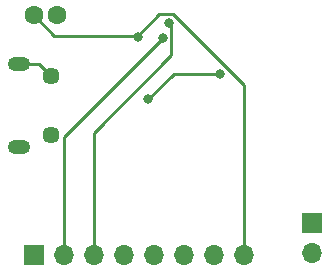
<source format=gbr>
%TF.GenerationSoftware,KiCad,Pcbnew,(6.0.7)*%
%TF.CreationDate,2022-09-13T21:36:05-06:00*%
%TF.ProjectId,attiny_rfid_light,61747469-6e79-45f7-9266-69645f6c6967,rev?*%
%TF.SameCoordinates,Original*%
%TF.FileFunction,Copper,L2,Bot*%
%TF.FilePolarity,Positive*%
%FSLAX46Y46*%
G04 Gerber Fmt 4.6, Leading zero omitted, Abs format (unit mm)*
G04 Created by KiCad (PCBNEW (6.0.7)) date 2022-09-13 21:36:05*
%MOMM*%
%LPD*%
G01*
G04 APERTURE LIST*
%TA.AperFunction,ComponentPad*%
%ADD10R,1.700000X1.700000*%
%TD*%
%TA.AperFunction,ComponentPad*%
%ADD11O,1.700000X1.700000*%
%TD*%
%TA.AperFunction,ComponentPad*%
%ADD12O,1.900000X1.200000*%
%TD*%
%TA.AperFunction,ComponentPad*%
%ADD13C,1.450000*%
%TD*%
%TA.AperFunction,ComponentPad*%
%ADD14C,1.600000*%
%TD*%
%TA.AperFunction,ViaPad*%
%ADD15C,0.800000*%
%TD*%
%TA.AperFunction,Conductor*%
%ADD16C,0.250000*%
%TD*%
G04 APERTURE END LIST*
D10*
%TO.P,L_ANT1,1,1*%
%TO.N,Net-(C_DV1-Pad1)*%
X97196500Y-96347400D03*
D11*
%TO.P,L_ANT1,2,2*%
%TO.N,Net-(R_ANT1-Pad2)*%
X97196500Y-98887400D03*
%TD*%
D12*
%TO.P,J_POWER1,6,Shield*%
%TO.N,unconnected-(J_POWER1-Pad6)*%
X72422500Y-89860000D03*
D13*
X75122500Y-83860000D03*
D12*
X72422500Y-82860000D03*
D13*
X75122500Y-88860000D03*
%TD*%
D10*
%TO.P,J_DEBUG1,1,Pin_1*%
%TO.N,Net-(J_DEBUG1-Pad1)*%
X73660000Y-99060000D03*
D11*
%TO.P,J_DEBUG1,2,Pin_2*%
%TO.N,Net-(J_DEBUG1-Pad2)*%
X76200000Y-99060000D03*
%TO.P,J_DEBUG1,3,Pin_3*%
%TO.N,Net-(J_DEBUG1-Pad3)*%
X78740000Y-99060000D03*
%TO.P,J_DEBUG1,4,Pin_4*%
%TO.N,GND*%
X81280000Y-99060000D03*
%TO.P,J_DEBUG1,5,Pin_5*%
%TO.N,Net-(J_DEBUG1-Pad5)*%
X83820000Y-99060000D03*
%TO.P,J_DEBUG1,6,Pin_6*%
%TO.N,Net-(R_1-Pad1)*%
X86360000Y-99060000D03*
%TO.P,J_DEBUG1,7,Pin_7*%
%TO.N,Net-(J_DEBUG1-Pad7)*%
X88900000Y-99060000D03*
%TO.P,J_DEBUG1,8,Pin_8*%
%TO.N,+5V*%
X91440000Y-99060000D03*
%TD*%
D14*
%TO.P,C_Big1,1*%
%TO.N,+5V*%
X73660000Y-78740000D03*
%TO.P,C_Big1,2*%
%TO.N,GND*%
X75660000Y-78740000D03*
%TD*%
D15*
%TO.N,Net-(J_DEBUG1-Pad3)*%
X85147100Y-79375000D03*
%TO.N,Net-(J_DEBUG1-Pad2)*%
X84573900Y-80667900D03*
%TO.N,Net-(C_DV1-Pad2)*%
X89464000Y-83683100D03*
X83372800Y-85854300D03*
%TO.N,+5V*%
X82471600Y-80525000D03*
%TD*%
D16*
%TO.N,unconnected-(J_POWER1-Pad6)*%
X74122500Y-82860000D02*
X75122500Y-83860000D01*
X72422500Y-82860000D02*
X74122500Y-82860000D01*
%TO.N,Net-(J_DEBUG1-Pad3)*%
X85308700Y-79536600D02*
X85147100Y-79375000D01*
X85308700Y-82109700D02*
X85308700Y-79536600D01*
X78740000Y-88678400D02*
X85308700Y-82109700D01*
X78740000Y-99060000D02*
X78740000Y-88678400D01*
%TO.N,Net-(J_DEBUG1-Pad2)*%
X76200000Y-89041800D02*
X84573900Y-80667900D01*
X76200000Y-99060000D02*
X76200000Y-89041800D01*
%TO.N,Net-(C_DV1-Pad2)*%
X85544000Y-83683100D02*
X83372800Y-85854300D01*
X89464000Y-83683100D02*
X85544000Y-83683100D01*
%TO.N,+5V*%
X75370700Y-80450700D02*
X82471600Y-80450700D01*
X73660000Y-78740000D02*
X75370700Y-80450700D01*
X91440000Y-84632900D02*
X91440000Y-99060000D01*
X85454600Y-78647500D02*
X91440000Y-84632900D01*
X84274800Y-78647500D02*
X85454600Y-78647500D01*
X82471600Y-80450700D02*
X84274800Y-78647500D01*
X82471600Y-80450700D02*
X82471600Y-80525000D01*
%TD*%
M02*

</source>
